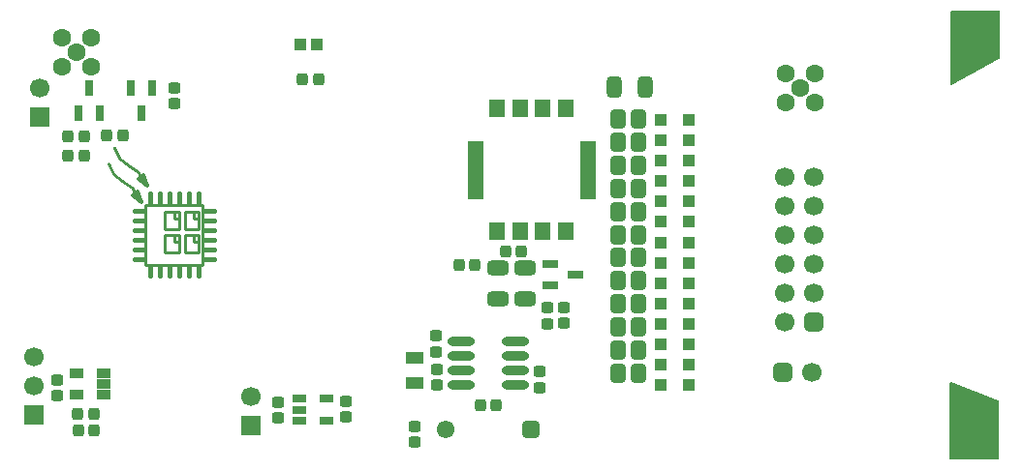
<source format=gts>
G04 Layer_Color=8388736*
%FSLAX25Y25*%
%MOIN*%
G70*
G01*
G75*
%ADD10C,0.01575*%
%ADD48C,0.01181*%
%ADD49C,0.00984*%
%ADD50C,0.01000*%
G04:AMPARAMS|DCode=56|XSize=43.31mil|YSize=39.37mil|CornerRadius=11.81mil|HoleSize=0mil|Usage=FLASHONLY|Rotation=0.000|XOffset=0mil|YOffset=0mil|HoleType=Round|Shape=RoundedRectangle|*
%AMROUNDEDRECTD56*
21,1,0.04331,0.01575,0,0,0.0*
21,1,0.01969,0.03937,0,0,0.0*
1,1,0.02362,0.00984,-0.00787*
1,1,0.02362,-0.00984,-0.00787*
1,1,0.02362,-0.00984,0.00787*
1,1,0.02362,0.00984,0.00787*
%
%ADD56ROUNDEDRECTD56*%
G04:AMPARAMS|DCode=57|XSize=43.31mil|YSize=39.37mil|CornerRadius=11.81mil|HoleSize=0mil|Usage=FLASHONLY|Rotation=90.000|XOffset=0mil|YOffset=0mil|HoleType=Round|Shape=RoundedRectangle|*
%AMROUNDEDRECTD57*
21,1,0.04331,0.01575,0,0,90.0*
21,1,0.01969,0.03937,0,0,90.0*
1,1,0.02362,0.00787,0.00984*
1,1,0.02362,0.00787,-0.00984*
1,1,0.02362,-0.00787,-0.00984*
1,1,0.02362,-0.00787,0.00984*
%
%ADD57ROUNDEDRECTD57*%
%ADD58R,0.03150X0.05315*%
%ADD59R,0.05315X0.03150*%
%ADD60R,0.05118X0.03347*%
%ADD61R,0.04331X0.04331*%
%ADD62R,0.06299X0.03937*%
%ADD63R,0.03937X0.04331*%
%ADD64R,0.04921X0.03150*%
G04:AMPARAMS|DCode=65|XSize=74.8mil|YSize=51.18mil|CornerRadius=14.76mil|HoleSize=0mil|Usage=FLASHONLY|Rotation=0.000|XOffset=0mil|YOffset=0mil|HoleType=Round|Shape=RoundedRectangle|*
%AMROUNDEDRECTD65*
21,1,0.07480,0.02165,0,0,0.0*
21,1,0.04528,0.05118,0,0,0.0*
1,1,0.02953,0.02264,-0.01083*
1,1,0.02953,-0.02264,-0.01083*
1,1,0.02953,-0.02264,0.01083*
1,1,0.02953,0.02264,0.01083*
%
%ADD65ROUNDEDRECTD65*%
G04:AMPARAMS|DCode=66|XSize=74.8mil|YSize=51.18mil|CornerRadius=14.76mil|HoleSize=0mil|Usage=FLASHONLY|Rotation=270.000|XOffset=0mil|YOffset=0mil|HoleType=Round|Shape=RoundedRectangle|*
%AMROUNDEDRECTD66*
21,1,0.07480,0.02165,0,0,270.0*
21,1,0.04528,0.05118,0,0,270.0*
1,1,0.02953,-0.01083,-0.02264*
1,1,0.02953,-0.01083,0.02264*
1,1,0.02953,0.01083,0.02264*
1,1,0.02953,0.01083,-0.02264*
%
%ADD66ROUNDEDRECTD66*%
%ADD67O,0.09449X0.03150*%
G04:AMPARAMS|DCode=68|XSize=66.93mil|YSize=55.12mil|CornerRadius=15.75mil|HoleSize=0mil|Usage=FLASHONLY|Rotation=90.000|XOffset=0mil|YOffset=0mil|HoleType=Round|Shape=RoundedRectangle|*
%AMROUNDEDRECTD68*
21,1,0.06693,0.02362,0,0,90.0*
21,1,0.03543,0.05512,0,0,90.0*
1,1,0.03150,0.01181,0.01772*
1,1,0.03150,0.01181,-0.01772*
1,1,0.03150,-0.01181,-0.01772*
1,1,0.03150,-0.01181,0.01772*
%
%ADD68ROUNDEDRECTD68*%
%ADD69R,0.05512X0.06102*%
%ADD70R,0.05512X0.20472*%
%ADD71R,0.06693X0.06693*%
%ADD72C,0.06693*%
G04:AMPARAMS|DCode=73|XSize=66.93mil|YSize=66.93mil|CornerRadius=18.7mil|HoleSize=0mil|Usage=FLASHONLY|Rotation=90.000|XOffset=0mil|YOffset=0mil|HoleType=Round|Shape=RoundedRectangle|*
%AMROUNDEDRECTD73*
21,1,0.06693,0.02953,0,0,90.0*
21,1,0.02953,0.06693,0,0,90.0*
1,1,0.03740,0.01476,0.01476*
1,1,0.03740,0.01476,-0.01476*
1,1,0.03740,-0.01476,-0.01476*
1,1,0.03740,-0.01476,0.01476*
%
%ADD73ROUNDEDRECTD73*%
G04:AMPARAMS|DCode=74|XSize=66.93mil|YSize=66.93mil|CornerRadius=18.7mil|HoleSize=0mil|Usage=FLASHONLY|Rotation=0.000|XOffset=0mil|YOffset=0mil|HoleType=Round|Shape=RoundedRectangle|*
%AMROUNDEDRECTD74*
21,1,0.06693,0.02953,0,0,0.0*
21,1,0.02953,0.06693,0,0,0.0*
1,1,0.03740,0.01476,-0.01476*
1,1,0.03740,-0.01476,-0.01476*
1,1,0.03740,-0.01476,0.01476*
1,1,0.03740,0.01476,0.01476*
%
%ADD74ROUNDEDRECTD74*%
%ADD75C,0.06299*%
G04:AMPARAMS|DCode=76|XSize=61.02mil|YSize=61.02mil|CornerRadius=17.22mil|HoleSize=0mil|Usage=FLASHONLY|Rotation=180.000|XOffset=0mil|YOffset=0mil|HoleType=Round|Shape=RoundedRectangle|*
%AMROUNDEDRECTD76*
21,1,0.06102,0.02658,0,0,180.0*
21,1,0.02658,0.06102,0,0,180.0*
1,1,0.03445,-0.01329,0.01329*
1,1,0.03445,0.01329,0.01329*
1,1,0.03445,0.01329,-0.01329*
1,1,0.03445,-0.01329,-0.01329*
%
%ADD76ROUNDEDRECTD76*%
%ADD77C,0.06102*%
G36*
X340256Y22305D02*
X340354Y22206D01*
Y2089D01*
X339999Y1738D01*
X323622Y1931D01*
Y28164D01*
X324033Y28448D01*
X340256Y22305D01*
D02*
G37*
G36*
X340748Y139862D02*
X340650Y139764D01*
X324276Y130705D01*
X323845Y130959D01*
X323787Y156142D01*
X324141Y156496D01*
X340748Y156496D01*
Y139862D01*
D02*
G37*
D10*
X65059Y89862D02*
Y93405D01*
X61752Y89862D02*
Y93405D01*
X58445Y89862D02*
Y93405D01*
X55138Y89862D02*
Y93405D01*
X51831Y89862D02*
Y93405D01*
X48524Y89862D02*
Y93405D01*
X67028Y87500D02*
X70571D01*
X67028Y84193D02*
X70571D01*
X67028Y80886D02*
X70571D01*
X67028Y77579D02*
X70571D01*
X67028Y74272D02*
X70571D01*
X67028Y70965D02*
X70571D01*
X43012Y87500D02*
X46555D01*
X43012Y84193D02*
X46555D01*
X43012Y80886D02*
X46555D01*
X43012Y77579D02*
X46555D01*
X43012Y74272D02*
X46555D01*
X43012Y70965D02*
X46555D01*
X65059Y65059D02*
Y68602D01*
X61752Y65059D02*
Y68602D01*
X58445Y65059D02*
Y68602D01*
X55138Y65059D02*
Y68602D01*
X51831Y65059D02*
Y68602D01*
X48524Y65059D02*
Y68602D01*
D48*
X43799Y93012D02*
X45374Y90650D01*
X44193Y94193D02*
X45374Y90650D01*
X42618Y93012D02*
X44193Y94193D01*
X42618Y93012D02*
X45374Y90650D01*
X45768Y98524D02*
X47343Y96161D01*
X46161Y99705D02*
X47343Y96161D01*
X44587Y98524D02*
X46161Y99705D01*
X44587Y98524D02*
X47343Y96161D01*
D49*
X60335Y87106D02*
X65059D01*
X60335Y81201D02*
Y87106D01*
Y81201D02*
X65059D01*
Y87106D01*
X63484Y84744D02*
X65059D01*
X63484D02*
Y87106D01*
X56791Y84744D02*
Y87106D01*
Y84744D02*
X58366D01*
Y81201D02*
Y87106D01*
X53642Y81201D02*
X58366D01*
X53642D02*
Y87106D01*
X58366D01*
X63484Y76870D02*
Y79232D01*
Y76870D02*
X65059D01*
Y73327D02*
Y79232D01*
X60335Y73327D02*
X65059D01*
X60335D02*
Y79232D01*
X65059D01*
X56791Y76870D02*
Y79232D01*
Y76870D02*
X58366D01*
Y73327D02*
Y79232D01*
X53642Y73327D02*
X58366D01*
X53642D02*
Y79232D01*
X58366D01*
X46949Y89468D02*
X66634D01*
X46949Y68996D02*
Y89468D01*
Y68996D02*
X66634D01*
Y89468D01*
D50*
X44193Y92224D02*
G03*
X39471Y97349I-7349J-2034D01*
G01*
X34315Y103652D02*
G03*
X39471Y97349I8997J2099D01*
G01*
X46161Y97736D02*
G03*
X41439Y102861I-7349J-2034D01*
G01*
X36283Y109164D02*
G03*
X41439Y102861I8997J2099D01*
G01*
D56*
X16437Y23721D02*
D03*
Y29232D02*
D03*
X115792Y21959D02*
D03*
Y16447D02*
D03*
X56890Y129921D02*
D03*
Y124409D02*
D03*
X92421Y16142D02*
D03*
Y21654D02*
D03*
X139567Y7776D02*
D03*
Y13287D02*
D03*
X185047Y54134D02*
D03*
Y48622D02*
D03*
X147145Y27461D02*
D03*
Y32972D02*
D03*
X190945Y48720D02*
D03*
Y54232D02*
D03*
X182580Y26673D02*
D03*
Y32185D02*
D03*
X146752Y44488D02*
D03*
Y38976D02*
D03*
D57*
X33563Y113484D02*
D03*
X39075D02*
D03*
X20276Y113287D02*
D03*
X25787D02*
D03*
X23524Y17520D02*
D03*
X29035D02*
D03*
X29232Y11713D02*
D03*
X23720D02*
D03*
X100984Y132973D02*
D03*
X106496D02*
D03*
X25787Y106595D02*
D03*
X20276D02*
D03*
X160236Y68898D02*
D03*
X154724D02*
D03*
X170669Y73622D02*
D03*
X176181D02*
D03*
X162107Y20452D02*
D03*
X167618D02*
D03*
D58*
X49213Y130020D02*
D03*
X41732D02*
D03*
X45472Y121161D02*
D03*
X27559Y129921D02*
D03*
X31299Y121063D02*
D03*
X23819D02*
D03*
D59*
X186122Y69193D02*
D03*
Y61713D02*
D03*
X194980Y65453D02*
D03*
D60*
X32480Y24213D02*
D03*
Y27953D02*
D03*
Y31693D02*
D03*
X23031D02*
D03*
Y24213D02*
D03*
D61*
X233661Y34493D02*
D03*
X224213D02*
D03*
X233661Y41526D02*
D03*
X224213D02*
D03*
X233661Y48560D02*
D03*
X224213D02*
D03*
X233661Y55594D02*
D03*
X224213D02*
D03*
X233661Y62628D02*
D03*
X224213D02*
D03*
X233661Y69662D02*
D03*
X224213D02*
D03*
X233661Y76695D02*
D03*
X224213D02*
D03*
X233661Y83729D02*
D03*
X224213D02*
D03*
X233661Y90763D02*
D03*
X224213D02*
D03*
X233661Y97797D02*
D03*
X224213D02*
D03*
X233661Y104831D02*
D03*
X224213D02*
D03*
X233661Y111864D02*
D03*
X224213D02*
D03*
X233661Y27459D02*
D03*
X224213D02*
D03*
X233661Y118898D02*
D03*
X224213D02*
D03*
D62*
X139370Y28248D02*
D03*
Y36909D02*
D03*
D63*
X105709Y144783D02*
D03*
X100197D02*
D03*
D64*
X99705Y22736D02*
D03*
Y18996D02*
D03*
Y15256D02*
D03*
X109153D02*
D03*
Y22736D02*
D03*
D65*
X168012Y57284D02*
D03*
Y67913D02*
D03*
X177657Y67815D02*
D03*
Y57185D02*
D03*
D66*
X218898Y130118D02*
D03*
X208268D02*
D03*
D67*
X174311Y27539D02*
D03*
Y32539D02*
D03*
Y37539D02*
D03*
Y42539D02*
D03*
X155413Y27539D02*
D03*
Y32539D02*
D03*
Y37539D02*
D03*
Y42539D02*
D03*
D68*
X209547Y39549D02*
D03*
X216634D02*
D03*
Y47504D02*
D03*
X209547D02*
D03*
Y55458D02*
D03*
X216634D02*
D03*
Y63413D02*
D03*
X209547D02*
D03*
Y71367D02*
D03*
X216634D02*
D03*
Y79322D02*
D03*
X209547D02*
D03*
Y87276D02*
D03*
X216634D02*
D03*
Y95231D02*
D03*
X209547D02*
D03*
Y103185D02*
D03*
X216634D02*
D03*
Y111140D02*
D03*
X209547D02*
D03*
Y119291D02*
D03*
X216634D02*
D03*
Y31595D02*
D03*
X209547D02*
D03*
D69*
X167815Y123031D02*
D03*
X175689D02*
D03*
X183563D02*
D03*
X191437D02*
D03*
Y80512D02*
D03*
X183563D02*
D03*
X175689D02*
D03*
X167815D02*
D03*
D70*
X199311Y101378D02*
D03*
X160335D02*
D03*
D71*
X10335Y119882D02*
D03*
X83169Y13681D02*
D03*
X8563Y17126D02*
D03*
D72*
X10335Y129882D02*
D03*
X266673Y49114D02*
D03*
X276673Y59114D02*
D03*
X266673D02*
D03*
X276673Y69114D02*
D03*
X266673D02*
D03*
X276673Y79114D02*
D03*
X266673D02*
D03*
X276673Y89114D02*
D03*
X266673D02*
D03*
X276673Y99114D02*
D03*
X266673D02*
D03*
X83169Y23681D02*
D03*
X8563Y27126D02*
D03*
Y37126D02*
D03*
X276240Y31890D02*
D03*
D73*
X276673Y49114D02*
D03*
D74*
X266240Y31890D02*
D03*
D75*
X267146Y124921D02*
D03*
Y134921D02*
D03*
X277146D02*
D03*
Y124921D02*
D03*
X272146Y129921D02*
D03*
X28032Y137323D02*
D03*
X18032D02*
D03*
Y147323D02*
D03*
X28032D02*
D03*
X23031Y142323D02*
D03*
D76*
X179469Y12183D02*
D03*
D77*
X150256D02*
D03*
M02*

</source>
